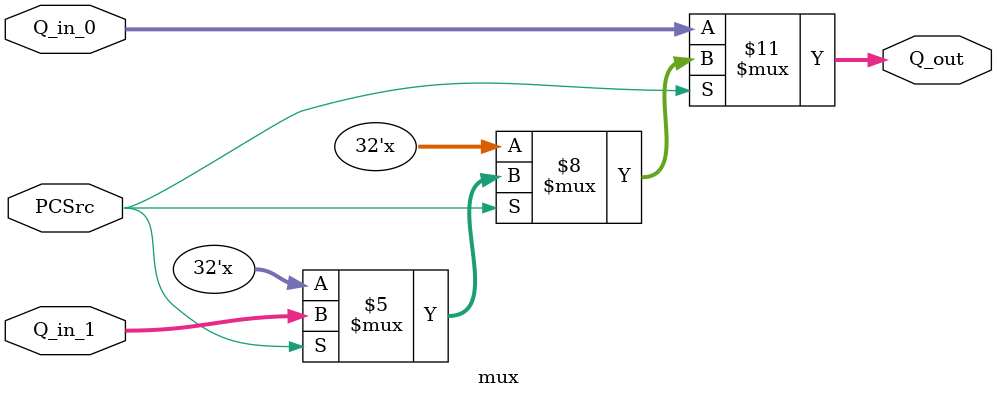
<source format=v>
`timescale 1ns / 1ps


module mux(
   input wire[31:0] Q_in_0,
   input wire[31:0] Q_in_1,
   input wire PCSrc,
   output reg[31:0] Q_out
);

   always @ (*) begin
       if ( PCSrc == 1'b0 )        Q_out = Q_in_0;
       else if ( PCSrc == 1'b1 )   Q_out = Q_in_1;
   end

endmodule
</source>
